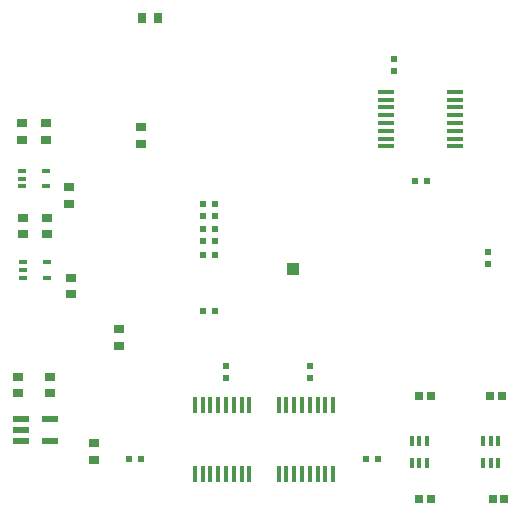
<source format=gtp>
G04*
G04 #@! TF.GenerationSoftware,Altium Limited,Altium Designer,18.0.11 (651)*
G04*
G04 Layer_Color=8421504*
%FSLAX25Y25*%
%MOIN*%
G70*
G01*
G75*
%ADD18R,0.04331X0.04331*%
%ADD19R,0.05800X0.02200*%
%ADD20R,0.02835X0.02835*%
%ADD21R,0.01968X0.02362*%
G04:AMPARAMS|DCode=22|XSize=15.75mil|YSize=25.59mil|CornerRadius=1.97mil|HoleSize=0mil|Usage=FLASHONLY|Rotation=90.000|XOffset=0mil|YOffset=0mil|HoleType=Round|Shape=RoundedRectangle|*
%AMROUNDEDRECTD22*
21,1,0.01575,0.02165,0,0,90.0*
21,1,0.01181,0.02559,0,0,90.0*
1,1,0.00394,0.01083,0.00591*
1,1,0.00394,0.01083,-0.00591*
1,1,0.00394,-0.01083,-0.00591*
1,1,0.00394,-0.01083,0.00591*
%
%ADD22ROUNDEDRECTD22*%
%ADD23R,0.03543X0.03150*%
%ADD24R,0.05600X0.01400*%
%ADD25R,0.01400X0.05600*%
%ADD26R,0.02362X0.01968*%
G04:AMPARAMS|DCode=27|XSize=15.75mil|YSize=33.47mil|CornerRadius=3.94mil|HoleSize=0mil|Usage=FLASHONLY|Rotation=180.000|XOffset=0mil|YOffset=0mil|HoleType=Round|Shape=RoundedRectangle|*
%AMROUNDEDRECTD27*
21,1,0.01575,0.02559,0,0,180.0*
21,1,0.00787,0.03347,0,0,180.0*
1,1,0.00787,-0.00394,0.01280*
1,1,0.00787,0.00394,0.01280*
1,1,0.00787,0.00394,-0.01280*
1,1,0.00787,-0.00394,-0.01280*
%
%ADD27ROUNDEDRECTD27*%
%ADD28R,0.03150X0.03543*%
D18*
X114173Y-101969D02*
D03*
D19*
X23647Y-151812D02*
D03*
Y-155512D02*
D03*
Y-159212D02*
D03*
X33046D02*
D03*
Y-151812D02*
D03*
D20*
X180709Y-178740D02*
D03*
X184646D02*
D03*
X156299D02*
D03*
X160236D02*
D03*
X183858Y-144095D02*
D03*
X179921D02*
D03*
X160236D02*
D03*
X156299D02*
D03*
D21*
X119780Y-134311D02*
D03*
Y-138249D02*
D03*
X91840Y-134301D02*
D03*
Y-138239D02*
D03*
X179040Y-100148D02*
D03*
Y-96211D02*
D03*
X147810Y-35798D02*
D03*
Y-31861D02*
D03*
D22*
X31910Y-69265D02*
D03*
Y-74383D02*
D03*
X23840D02*
D03*
Y-71824D02*
D03*
Y-69265D02*
D03*
X32103Y-99737D02*
D03*
Y-104855D02*
D03*
X24033D02*
D03*
Y-102296D02*
D03*
Y-99737D02*
D03*
D23*
X32206Y-90328D02*
D03*
Y-84816D02*
D03*
X24332Y-90328D02*
D03*
Y-84816D02*
D03*
X22441Y-143307D02*
D03*
Y-137795D02*
D03*
X33071Y-143307D02*
D03*
Y-137795D02*
D03*
X56299Y-127559D02*
D03*
Y-122047D02*
D03*
X40080Y-110406D02*
D03*
Y-104894D02*
D03*
X48000Y-165500D02*
D03*
Y-159988D02*
D03*
X63610Y-54704D02*
D03*
Y-60216D02*
D03*
X31812Y-53320D02*
D03*
Y-58831D02*
D03*
X39686Y-80091D02*
D03*
Y-74579D02*
D03*
X23938Y-58831D02*
D03*
Y-53320D02*
D03*
D24*
X145193Y-42869D02*
D03*
Y-45469D02*
D03*
Y-48068D02*
D03*
Y-50669D02*
D03*
Y-53268D02*
D03*
Y-55869D02*
D03*
Y-58469D02*
D03*
Y-61068D02*
D03*
X168193D02*
D03*
Y-58469D02*
D03*
Y-55869D02*
D03*
Y-53268D02*
D03*
Y-50669D02*
D03*
Y-48068D02*
D03*
Y-45469D02*
D03*
Y-42869D02*
D03*
D25*
X99639Y-147161D02*
D03*
X97039D02*
D03*
X94439D02*
D03*
X91839D02*
D03*
X89239D02*
D03*
X86639D02*
D03*
X84039D02*
D03*
X81439D02*
D03*
Y-170161D02*
D03*
X84039D02*
D03*
X86639D02*
D03*
X89239D02*
D03*
X91839D02*
D03*
X94439D02*
D03*
X97039D02*
D03*
X99639D02*
D03*
X127592D02*
D03*
X124992D02*
D03*
X122392D02*
D03*
X119792D02*
D03*
X117192D02*
D03*
X114592D02*
D03*
X111992D02*
D03*
X109392D02*
D03*
Y-147161D02*
D03*
X111992D02*
D03*
X114592D02*
D03*
X117192D02*
D03*
X119792D02*
D03*
X122392D02*
D03*
X124992D02*
D03*
X127592D02*
D03*
D26*
X84211Y-115900D02*
D03*
X88148D02*
D03*
X84251Y-80110D02*
D03*
X88188D02*
D03*
X84211Y-84370D02*
D03*
X88148D02*
D03*
X84272Y-88580D02*
D03*
X88209D02*
D03*
X84232Y-97310D02*
D03*
X88169D02*
D03*
X84211Y-92700D02*
D03*
X88148D02*
D03*
X154882Y-72490D02*
D03*
X158818D02*
D03*
X138662Y-165270D02*
D03*
X142598D02*
D03*
X63408D02*
D03*
X59471D02*
D03*
D27*
X158858Y-159252D02*
D03*
X156299D02*
D03*
X153740D02*
D03*
X158858Y-166535D02*
D03*
X156299D02*
D03*
X153740D02*
D03*
X182677Y-159252D02*
D03*
X180118D02*
D03*
X177559D02*
D03*
X182677Y-166535D02*
D03*
X180118D02*
D03*
X177559D02*
D03*
D28*
X63779Y-18110D02*
D03*
X69291D02*
D03*
M02*

</source>
